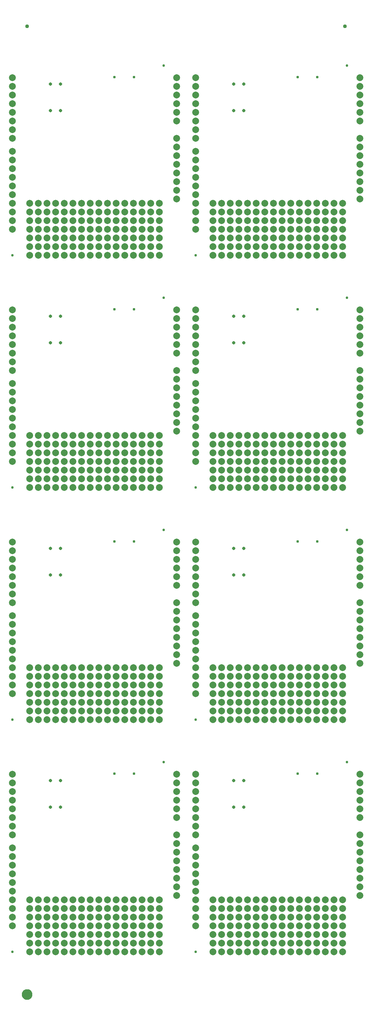
<source format=gbs>
G04 EAGLE Gerber RS-274X export*
G75*
%MOMM*%
%FSLAX34Y34*%
%LPD*%
%INSoldermask Bottom*%
%IPPOS*%
%AMOC8*
5,1,8,0,0,1.08239X$1,22.5*%
G01*
%ADD10C,0.762000*%
%ADD11C,0.777000*%
%ADD12C,2.006600*%
%ADD13C,0.977000*%
%ADD14C,1.127000*%
%ADD15C,1.270000*%
%ADD16C,1.627000*%


D10*
X25400Y25400D03*
X469900Y581660D03*
D11*
X383230Y547850D03*
X325430Y547850D03*
D12*
X76200Y177800D03*
X101600Y177800D03*
X127000Y177800D03*
X152400Y177800D03*
X177800Y177800D03*
X203200Y177800D03*
X228600Y177800D03*
X254000Y177800D03*
X279400Y177800D03*
X304800Y177800D03*
X330200Y177800D03*
X355600Y177800D03*
X381000Y177800D03*
X406400Y177800D03*
X431800Y177800D03*
X457200Y177800D03*
D13*
X137400Y527050D03*
X167400Y527050D03*
X167400Y449580D03*
X137400Y449580D03*
D12*
X508000Y241300D03*
X508000Y266700D03*
X508000Y292100D03*
X508000Y317500D03*
X508000Y342900D03*
X508000Y368300D03*
X508000Y419100D03*
X508000Y444500D03*
X508000Y469900D03*
X508000Y495300D03*
X508000Y520700D03*
X508000Y546100D03*
X25400Y546100D03*
X25400Y520700D03*
X25400Y495300D03*
X25400Y469900D03*
X25400Y444500D03*
X25400Y419100D03*
X25400Y393700D03*
X25400Y368300D03*
X25400Y330200D03*
X25400Y304800D03*
X25400Y279400D03*
X25400Y254000D03*
X25400Y228600D03*
X25400Y203200D03*
X25400Y177800D03*
X25400Y152400D03*
X25400Y127000D03*
X25400Y101600D03*
X508000Y215900D03*
X508000Y190500D03*
D10*
X563880Y25400D03*
X1008380Y581660D03*
D11*
X921710Y547850D03*
X863910Y547850D03*
D12*
X614680Y177800D03*
X640080Y177800D03*
X665480Y177800D03*
X690880Y177800D03*
X716280Y177800D03*
X741680Y177800D03*
X767080Y177800D03*
X792480Y177800D03*
X817880Y177800D03*
X843280Y177800D03*
X868680Y177800D03*
X894080Y177800D03*
X919480Y177800D03*
X944880Y177800D03*
X970280Y177800D03*
X995680Y177800D03*
D13*
X675880Y527050D03*
X705880Y527050D03*
X705880Y449580D03*
X675880Y449580D03*
D12*
X1046480Y241300D03*
X1046480Y266700D03*
X1046480Y292100D03*
X1046480Y317500D03*
X1046480Y342900D03*
X1046480Y368300D03*
X1046480Y419100D03*
X1046480Y444500D03*
X1046480Y469900D03*
X1046480Y495300D03*
X1046480Y520700D03*
X1046480Y546100D03*
X563880Y546100D03*
X563880Y520700D03*
X563880Y495300D03*
X563880Y469900D03*
X563880Y444500D03*
X563880Y419100D03*
X563880Y393700D03*
X563880Y368300D03*
X563880Y330200D03*
X563880Y304800D03*
X563880Y279400D03*
X563880Y254000D03*
X563880Y228600D03*
X563880Y203200D03*
X563880Y177800D03*
X563880Y152400D03*
X563880Y127000D03*
X563880Y101600D03*
X1046480Y215900D03*
X1046480Y190500D03*
D10*
X25400Y706120D03*
X469900Y1262380D03*
D11*
X383230Y1228570D03*
X325430Y1228570D03*
D12*
X76200Y858520D03*
X101600Y858520D03*
X127000Y858520D03*
X152400Y858520D03*
X177800Y858520D03*
X203200Y858520D03*
X228600Y858520D03*
X254000Y858520D03*
X279400Y858520D03*
X304800Y858520D03*
X330200Y858520D03*
X355600Y858520D03*
X381000Y858520D03*
X406400Y858520D03*
X431800Y858520D03*
X457200Y858520D03*
D13*
X137400Y1207770D03*
X167400Y1207770D03*
X167400Y1130300D03*
X137400Y1130300D03*
D12*
X508000Y922020D03*
X508000Y947420D03*
X508000Y972820D03*
X508000Y998220D03*
X508000Y1023620D03*
X508000Y1049020D03*
X508000Y1099820D03*
X508000Y1125220D03*
X508000Y1150620D03*
X508000Y1176020D03*
X508000Y1201420D03*
X508000Y1226820D03*
X25400Y1226820D03*
X25400Y1201420D03*
X25400Y1176020D03*
X25400Y1150620D03*
X25400Y1125220D03*
X25400Y1099820D03*
X25400Y1074420D03*
X25400Y1049020D03*
X25400Y1010920D03*
X25400Y985520D03*
X25400Y960120D03*
X25400Y934720D03*
X25400Y909320D03*
X25400Y883920D03*
X25400Y858520D03*
X25400Y833120D03*
X25400Y807720D03*
X25400Y782320D03*
X508000Y896620D03*
X508000Y871220D03*
D10*
X563880Y706120D03*
X1008380Y1262380D03*
D11*
X921710Y1228570D03*
X863910Y1228570D03*
D12*
X614680Y858520D03*
X640080Y858520D03*
X665480Y858520D03*
X690880Y858520D03*
X716280Y858520D03*
X741680Y858520D03*
X767080Y858520D03*
X792480Y858520D03*
X817880Y858520D03*
X843280Y858520D03*
X868680Y858520D03*
X894080Y858520D03*
X919480Y858520D03*
X944880Y858520D03*
X970280Y858520D03*
X995680Y858520D03*
D13*
X675880Y1207770D03*
X705880Y1207770D03*
X705880Y1130300D03*
X675880Y1130300D03*
D12*
X1046480Y922020D03*
X1046480Y947420D03*
X1046480Y972820D03*
X1046480Y998220D03*
X1046480Y1023620D03*
X1046480Y1049020D03*
X1046480Y1099820D03*
X1046480Y1125220D03*
X1046480Y1150620D03*
X1046480Y1176020D03*
X1046480Y1201420D03*
X1046480Y1226820D03*
X563880Y1226820D03*
X563880Y1201420D03*
X563880Y1176020D03*
X563880Y1150620D03*
X563880Y1125220D03*
X563880Y1099820D03*
X563880Y1074420D03*
X563880Y1049020D03*
X563880Y1010920D03*
X563880Y985520D03*
X563880Y960120D03*
X563880Y934720D03*
X563880Y909320D03*
X563880Y883920D03*
X563880Y858520D03*
X563880Y833120D03*
X563880Y807720D03*
X563880Y782320D03*
X1046480Y896620D03*
X1046480Y871220D03*
D10*
X25400Y1386840D03*
X469900Y1943100D03*
D11*
X383230Y1909290D03*
X325430Y1909290D03*
D12*
X76200Y1539240D03*
X101600Y1539240D03*
X127000Y1539240D03*
X152400Y1539240D03*
X177800Y1539240D03*
X203200Y1539240D03*
X228600Y1539240D03*
X254000Y1539240D03*
X279400Y1539240D03*
X304800Y1539240D03*
X330200Y1539240D03*
X355600Y1539240D03*
X381000Y1539240D03*
X406400Y1539240D03*
X431800Y1539240D03*
X457200Y1539240D03*
D13*
X137400Y1888490D03*
X167400Y1888490D03*
X167400Y1811020D03*
X137400Y1811020D03*
D12*
X508000Y1602740D03*
X508000Y1628140D03*
X508000Y1653540D03*
X508000Y1678940D03*
X508000Y1704340D03*
X508000Y1729740D03*
X508000Y1780540D03*
X508000Y1805940D03*
X508000Y1831340D03*
X508000Y1856740D03*
X508000Y1882140D03*
X508000Y1907540D03*
X25400Y1907540D03*
X25400Y1882140D03*
X25400Y1856740D03*
X25400Y1831340D03*
X25400Y1805940D03*
X25400Y1780540D03*
X25400Y1755140D03*
X25400Y1729740D03*
X25400Y1691640D03*
X25400Y1666240D03*
X25400Y1640840D03*
X25400Y1615440D03*
X25400Y1590040D03*
X25400Y1564640D03*
X25400Y1539240D03*
X25400Y1513840D03*
X25400Y1488440D03*
X25400Y1463040D03*
X508000Y1577340D03*
X508000Y1551940D03*
D10*
X563880Y1386840D03*
X1008380Y1943100D03*
D11*
X921710Y1909290D03*
X863910Y1909290D03*
D12*
X614680Y1539240D03*
X640080Y1539240D03*
X665480Y1539240D03*
X690880Y1539240D03*
X716280Y1539240D03*
X741680Y1539240D03*
X767080Y1539240D03*
X792480Y1539240D03*
X817880Y1539240D03*
X843280Y1539240D03*
X868680Y1539240D03*
X894080Y1539240D03*
X919480Y1539240D03*
X944880Y1539240D03*
X970280Y1539240D03*
X995680Y1539240D03*
D13*
X675880Y1888490D03*
X705880Y1888490D03*
X705880Y1811020D03*
X675880Y1811020D03*
D12*
X1046480Y1602740D03*
X1046480Y1628140D03*
X1046480Y1653540D03*
X1046480Y1678940D03*
X1046480Y1704340D03*
X1046480Y1729740D03*
X1046480Y1780540D03*
X1046480Y1805940D03*
X1046480Y1831340D03*
X1046480Y1856740D03*
X1046480Y1882140D03*
X1046480Y1907540D03*
X563880Y1907540D03*
X563880Y1882140D03*
X563880Y1856740D03*
X563880Y1831340D03*
X563880Y1805940D03*
X563880Y1780540D03*
X563880Y1755140D03*
X563880Y1729740D03*
X563880Y1691640D03*
X563880Y1666240D03*
X563880Y1640840D03*
X563880Y1615440D03*
X563880Y1590040D03*
X563880Y1564640D03*
X563880Y1539240D03*
X563880Y1513840D03*
X563880Y1488440D03*
X563880Y1463040D03*
X1046480Y1577340D03*
X1046480Y1551940D03*
D10*
X25400Y2067560D03*
X469900Y2623820D03*
D11*
X383230Y2590010D03*
X325430Y2590010D03*
D12*
X76200Y2219960D03*
X101600Y2219960D03*
X127000Y2219960D03*
X152400Y2219960D03*
X177800Y2219960D03*
X203200Y2219960D03*
X228600Y2219960D03*
X254000Y2219960D03*
X279400Y2219960D03*
X304800Y2219960D03*
X330200Y2219960D03*
X355600Y2219960D03*
X381000Y2219960D03*
X406400Y2219960D03*
X431800Y2219960D03*
X457200Y2219960D03*
D13*
X137400Y2569210D03*
X167400Y2569210D03*
X167400Y2491740D03*
X137400Y2491740D03*
D12*
X508000Y2283460D03*
X508000Y2308860D03*
X508000Y2334260D03*
X508000Y2359660D03*
X508000Y2385060D03*
X508000Y2410460D03*
X508000Y2461260D03*
X508000Y2486660D03*
X508000Y2512060D03*
X508000Y2537460D03*
X508000Y2562860D03*
X508000Y2588260D03*
X25400Y2588260D03*
X25400Y2562860D03*
X25400Y2537460D03*
X25400Y2512060D03*
X25400Y2486660D03*
X25400Y2461260D03*
X25400Y2435860D03*
X25400Y2410460D03*
X25400Y2372360D03*
X25400Y2346960D03*
X25400Y2321560D03*
X25400Y2296160D03*
X25400Y2270760D03*
X25400Y2245360D03*
X25400Y2219960D03*
X25400Y2194560D03*
X25400Y2169160D03*
X25400Y2143760D03*
X508000Y2258060D03*
X508000Y2232660D03*
D10*
X563880Y2067560D03*
X1008380Y2623820D03*
D11*
X921710Y2590010D03*
X863910Y2590010D03*
D12*
X614680Y2219960D03*
X640080Y2219960D03*
X665480Y2219960D03*
X690880Y2219960D03*
X716280Y2219960D03*
X741680Y2219960D03*
X767080Y2219960D03*
X792480Y2219960D03*
X817880Y2219960D03*
X843280Y2219960D03*
X868680Y2219960D03*
X894080Y2219960D03*
X919480Y2219960D03*
X944880Y2219960D03*
X970280Y2219960D03*
X995680Y2219960D03*
D13*
X675880Y2569210D03*
X705880Y2569210D03*
X705880Y2491740D03*
X675880Y2491740D03*
D12*
X1046480Y2283460D03*
X1046480Y2308860D03*
X1046480Y2334260D03*
X1046480Y2359660D03*
X1046480Y2385060D03*
X1046480Y2410460D03*
X1046480Y2461260D03*
X1046480Y2486660D03*
X1046480Y2512060D03*
X1046480Y2537460D03*
X1046480Y2562860D03*
X1046480Y2588260D03*
X563880Y2588260D03*
X563880Y2562860D03*
X563880Y2537460D03*
X563880Y2512060D03*
X563880Y2486660D03*
X563880Y2461260D03*
X563880Y2435860D03*
X563880Y2410460D03*
X563880Y2372360D03*
X563880Y2346960D03*
X563880Y2321560D03*
X563880Y2296160D03*
X563880Y2270760D03*
X563880Y2245360D03*
X563880Y2219960D03*
X563880Y2194560D03*
X563880Y2169160D03*
X563880Y2143760D03*
X1046480Y2258060D03*
X1046480Y2232660D03*
D14*
X68580Y2738755D03*
X1002665Y2738755D03*
D15*
X59525Y-99695D02*
X59528Y-99473D01*
X59536Y-99251D01*
X59550Y-99029D01*
X59569Y-98807D01*
X59593Y-98587D01*
X59623Y-98366D01*
X59658Y-98147D01*
X59699Y-97928D01*
X59745Y-97711D01*
X59796Y-97495D01*
X59853Y-97280D01*
X59915Y-97066D01*
X59982Y-96855D01*
X60054Y-96644D01*
X60132Y-96436D01*
X60214Y-96230D01*
X60302Y-96026D01*
X60394Y-95823D01*
X60492Y-95624D01*
X60594Y-95427D01*
X60701Y-95232D01*
X60813Y-95040D01*
X60930Y-94851D01*
X61051Y-94664D01*
X61177Y-94481D01*
X61307Y-94301D01*
X61442Y-94124D01*
X61580Y-93951D01*
X61723Y-93781D01*
X61871Y-93614D01*
X62022Y-93451D01*
X62177Y-93292D01*
X62336Y-93137D01*
X62499Y-92986D01*
X62666Y-92838D01*
X62836Y-92695D01*
X63009Y-92557D01*
X63186Y-92422D01*
X63366Y-92292D01*
X63549Y-92166D01*
X63736Y-92045D01*
X63925Y-91928D01*
X64117Y-91816D01*
X64312Y-91709D01*
X64509Y-91607D01*
X64708Y-91509D01*
X64911Y-91417D01*
X65115Y-91329D01*
X65321Y-91247D01*
X65529Y-91169D01*
X65740Y-91097D01*
X65951Y-91030D01*
X66165Y-90968D01*
X66380Y-90911D01*
X66596Y-90860D01*
X66813Y-90814D01*
X67032Y-90773D01*
X67251Y-90738D01*
X67472Y-90708D01*
X67692Y-90684D01*
X67914Y-90665D01*
X68136Y-90651D01*
X68358Y-90643D01*
X68580Y-90640D01*
X68802Y-90643D01*
X69024Y-90651D01*
X69246Y-90665D01*
X69468Y-90684D01*
X69688Y-90708D01*
X69909Y-90738D01*
X70128Y-90773D01*
X70347Y-90814D01*
X70564Y-90860D01*
X70780Y-90911D01*
X70995Y-90968D01*
X71209Y-91030D01*
X71420Y-91097D01*
X71631Y-91169D01*
X71839Y-91247D01*
X72045Y-91329D01*
X72249Y-91417D01*
X72452Y-91509D01*
X72651Y-91607D01*
X72848Y-91709D01*
X73043Y-91816D01*
X73235Y-91928D01*
X73424Y-92045D01*
X73611Y-92166D01*
X73794Y-92292D01*
X73974Y-92422D01*
X74151Y-92557D01*
X74324Y-92695D01*
X74494Y-92838D01*
X74661Y-92986D01*
X74824Y-93137D01*
X74983Y-93292D01*
X75138Y-93451D01*
X75289Y-93614D01*
X75437Y-93781D01*
X75580Y-93951D01*
X75718Y-94124D01*
X75853Y-94301D01*
X75983Y-94481D01*
X76109Y-94664D01*
X76230Y-94851D01*
X76347Y-95040D01*
X76459Y-95232D01*
X76566Y-95427D01*
X76668Y-95624D01*
X76766Y-95823D01*
X76858Y-96026D01*
X76946Y-96230D01*
X77028Y-96436D01*
X77106Y-96644D01*
X77178Y-96855D01*
X77245Y-97066D01*
X77307Y-97280D01*
X77364Y-97495D01*
X77415Y-97711D01*
X77461Y-97928D01*
X77502Y-98147D01*
X77537Y-98366D01*
X77567Y-98587D01*
X77591Y-98807D01*
X77610Y-99029D01*
X77624Y-99251D01*
X77632Y-99473D01*
X77635Y-99695D01*
X77632Y-99917D01*
X77624Y-100139D01*
X77610Y-100361D01*
X77591Y-100583D01*
X77567Y-100803D01*
X77537Y-101024D01*
X77502Y-101243D01*
X77461Y-101462D01*
X77415Y-101679D01*
X77364Y-101895D01*
X77307Y-102110D01*
X77245Y-102324D01*
X77178Y-102535D01*
X77106Y-102746D01*
X77028Y-102954D01*
X76946Y-103160D01*
X76858Y-103364D01*
X76766Y-103567D01*
X76668Y-103766D01*
X76566Y-103963D01*
X76459Y-104158D01*
X76347Y-104350D01*
X76230Y-104539D01*
X76109Y-104726D01*
X75983Y-104909D01*
X75853Y-105089D01*
X75718Y-105266D01*
X75580Y-105439D01*
X75437Y-105609D01*
X75289Y-105776D01*
X75138Y-105939D01*
X74983Y-106098D01*
X74824Y-106253D01*
X74661Y-106404D01*
X74494Y-106552D01*
X74324Y-106695D01*
X74151Y-106833D01*
X73974Y-106968D01*
X73794Y-107098D01*
X73611Y-107224D01*
X73424Y-107345D01*
X73235Y-107462D01*
X73043Y-107574D01*
X72848Y-107681D01*
X72651Y-107783D01*
X72452Y-107881D01*
X72249Y-107973D01*
X72045Y-108061D01*
X71839Y-108143D01*
X71631Y-108221D01*
X71420Y-108293D01*
X71209Y-108360D01*
X70995Y-108422D01*
X70780Y-108479D01*
X70564Y-108530D01*
X70347Y-108576D01*
X70128Y-108617D01*
X69909Y-108652D01*
X69688Y-108682D01*
X69468Y-108706D01*
X69246Y-108725D01*
X69024Y-108739D01*
X68802Y-108747D01*
X68580Y-108750D01*
X68358Y-108747D01*
X68136Y-108739D01*
X67914Y-108725D01*
X67692Y-108706D01*
X67472Y-108682D01*
X67251Y-108652D01*
X67032Y-108617D01*
X66813Y-108576D01*
X66596Y-108530D01*
X66380Y-108479D01*
X66165Y-108422D01*
X65951Y-108360D01*
X65740Y-108293D01*
X65529Y-108221D01*
X65321Y-108143D01*
X65115Y-108061D01*
X64911Y-107973D01*
X64708Y-107881D01*
X64509Y-107783D01*
X64312Y-107681D01*
X64117Y-107574D01*
X63925Y-107462D01*
X63736Y-107345D01*
X63549Y-107224D01*
X63366Y-107098D01*
X63186Y-106968D01*
X63009Y-106833D01*
X62836Y-106695D01*
X62666Y-106552D01*
X62499Y-106404D01*
X62336Y-106253D01*
X62177Y-106098D01*
X62022Y-105939D01*
X61871Y-105776D01*
X61723Y-105609D01*
X61580Y-105439D01*
X61442Y-105266D01*
X61307Y-105089D01*
X61177Y-104909D01*
X61051Y-104726D01*
X60930Y-104539D01*
X60813Y-104350D01*
X60701Y-104158D01*
X60594Y-103963D01*
X60492Y-103766D01*
X60394Y-103567D01*
X60302Y-103364D01*
X60214Y-103160D01*
X60132Y-102954D01*
X60054Y-102746D01*
X59982Y-102535D01*
X59915Y-102324D01*
X59853Y-102110D01*
X59796Y-101895D01*
X59745Y-101679D01*
X59699Y-101462D01*
X59658Y-101243D01*
X59623Y-101024D01*
X59593Y-100803D01*
X59569Y-100583D01*
X59550Y-100361D01*
X59536Y-100139D01*
X59528Y-99917D01*
X59525Y-99695D01*
D16*
X68580Y-99695D03*
D12*
X76200Y152400D03*
X101600Y152400D03*
X127000Y152400D03*
X152400Y152400D03*
X177800Y152400D03*
X203200Y152400D03*
X228600Y152400D03*
X254000Y152400D03*
X279400Y152400D03*
X304800Y152400D03*
X330200Y152400D03*
X355600Y152400D03*
X381000Y152400D03*
X406400Y152400D03*
X431800Y152400D03*
X457200Y152400D03*
X76200Y127000D03*
X101600Y127000D03*
X127000Y127000D03*
X152400Y127000D03*
X177800Y127000D03*
X203200Y127000D03*
X228600Y127000D03*
X254000Y127000D03*
X279400Y127000D03*
X304800Y127000D03*
X330200Y127000D03*
X355600Y127000D03*
X381000Y127000D03*
X406400Y127000D03*
X431800Y127000D03*
X457200Y127000D03*
X76200Y101600D03*
X101600Y101600D03*
X127000Y101600D03*
X152400Y101600D03*
X177800Y101600D03*
X203200Y101600D03*
X228600Y101600D03*
X254000Y101600D03*
X279400Y101600D03*
X304800Y101600D03*
X330200Y101600D03*
X355600Y101600D03*
X381000Y101600D03*
X406400Y101600D03*
X431800Y101600D03*
X457200Y101600D03*
X76200Y76200D03*
X101600Y76200D03*
X127000Y76200D03*
X152400Y76200D03*
X177800Y76200D03*
X203200Y76200D03*
X228600Y76200D03*
X254000Y76200D03*
X279400Y76200D03*
X304800Y76200D03*
X330200Y76200D03*
X355600Y76200D03*
X381000Y76200D03*
X406400Y76200D03*
X431800Y76200D03*
X457200Y76200D03*
X76200Y50800D03*
X101600Y50800D03*
X127000Y50800D03*
X152400Y50800D03*
X177800Y50800D03*
X203200Y50800D03*
X228600Y50800D03*
X254000Y50800D03*
X279400Y50800D03*
X304800Y50800D03*
X330200Y50800D03*
X355600Y50800D03*
X381000Y50800D03*
X406400Y50800D03*
X431800Y50800D03*
X457200Y50800D03*
X76200Y25400D03*
X101600Y25400D03*
X127000Y25400D03*
X152400Y25400D03*
X177800Y25400D03*
X203200Y25400D03*
X228600Y25400D03*
X254000Y25400D03*
X279400Y25400D03*
X304800Y25400D03*
X330200Y25400D03*
X355600Y25400D03*
X381000Y25400D03*
X406400Y25400D03*
X431800Y25400D03*
X457200Y25400D03*
X614680Y152400D03*
X640080Y152400D03*
X665480Y152400D03*
X690880Y152400D03*
X716280Y152400D03*
X741680Y152400D03*
X767080Y152400D03*
X792480Y152400D03*
X817880Y152400D03*
X843280Y152400D03*
X868680Y152400D03*
X894080Y152400D03*
X919480Y152400D03*
X944880Y152400D03*
X970280Y152400D03*
X995680Y152400D03*
X614680Y127000D03*
X640080Y127000D03*
X665480Y127000D03*
X690880Y127000D03*
X716280Y127000D03*
X741680Y127000D03*
X767080Y127000D03*
X792480Y127000D03*
X817880Y127000D03*
X843280Y127000D03*
X868680Y127000D03*
X894080Y127000D03*
X919480Y127000D03*
X944880Y127000D03*
X970280Y127000D03*
X995680Y127000D03*
X614680Y101600D03*
X640080Y101600D03*
X665480Y101600D03*
X690880Y101600D03*
X716280Y101600D03*
X741680Y101600D03*
X767080Y101600D03*
X792480Y101600D03*
X817880Y101600D03*
X843280Y101600D03*
X868680Y101600D03*
X894080Y101600D03*
X919480Y101600D03*
X944880Y101600D03*
X970280Y101600D03*
X995680Y101600D03*
X614680Y76200D03*
X640080Y76200D03*
X665480Y76200D03*
X690880Y76200D03*
X716280Y76200D03*
X741680Y76200D03*
X767080Y76200D03*
X792480Y76200D03*
X817880Y76200D03*
X843280Y76200D03*
X868680Y76200D03*
X894080Y76200D03*
X919480Y76200D03*
X944880Y76200D03*
X970280Y76200D03*
X995680Y76200D03*
X614680Y50800D03*
X640080Y50800D03*
X665480Y50800D03*
X690880Y50800D03*
X716280Y50800D03*
X741680Y50800D03*
X767080Y50800D03*
X792480Y50800D03*
X817880Y50800D03*
X843280Y50800D03*
X868680Y50800D03*
X894080Y50800D03*
X919480Y50800D03*
X944880Y50800D03*
X970280Y50800D03*
X995680Y50800D03*
X614680Y25400D03*
X640080Y25400D03*
X665480Y25400D03*
X690880Y25400D03*
X716280Y25400D03*
X741680Y25400D03*
X767080Y25400D03*
X792480Y25400D03*
X817880Y25400D03*
X843280Y25400D03*
X868680Y25400D03*
X894080Y25400D03*
X919480Y25400D03*
X944880Y25400D03*
X970280Y25400D03*
X995680Y25400D03*
X76200Y833120D03*
X101600Y833120D03*
X127000Y833120D03*
X152400Y833120D03*
X177800Y833120D03*
X203200Y833120D03*
X228600Y833120D03*
X254000Y833120D03*
X279400Y833120D03*
X304800Y833120D03*
X330200Y833120D03*
X355600Y833120D03*
X381000Y833120D03*
X406400Y833120D03*
X431800Y833120D03*
X457200Y833120D03*
X76200Y807720D03*
X101600Y807720D03*
X127000Y807720D03*
X152400Y807720D03*
X177800Y807720D03*
X203200Y807720D03*
X228600Y807720D03*
X254000Y807720D03*
X279400Y807720D03*
X304800Y807720D03*
X330200Y807720D03*
X355600Y807720D03*
X381000Y807720D03*
X406400Y807720D03*
X431800Y807720D03*
X457200Y807720D03*
X76200Y782320D03*
X101600Y782320D03*
X127000Y782320D03*
X152400Y782320D03*
X177800Y782320D03*
X203200Y782320D03*
X228600Y782320D03*
X254000Y782320D03*
X279400Y782320D03*
X304800Y782320D03*
X330200Y782320D03*
X355600Y782320D03*
X381000Y782320D03*
X406400Y782320D03*
X431800Y782320D03*
X457200Y782320D03*
X76200Y756920D03*
X101600Y756920D03*
X127000Y756920D03*
X152400Y756920D03*
X177800Y756920D03*
X203200Y756920D03*
X228600Y756920D03*
X254000Y756920D03*
X279400Y756920D03*
X304800Y756920D03*
X330200Y756920D03*
X355600Y756920D03*
X381000Y756920D03*
X406400Y756920D03*
X431800Y756920D03*
X457200Y756920D03*
X76200Y731520D03*
X101600Y731520D03*
X127000Y731520D03*
X152400Y731520D03*
X177800Y731520D03*
X203200Y731520D03*
X228600Y731520D03*
X254000Y731520D03*
X279400Y731520D03*
X304800Y731520D03*
X330200Y731520D03*
X355600Y731520D03*
X381000Y731520D03*
X406400Y731520D03*
X431800Y731520D03*
X457200Y731520D03*
X76200Y706120D03*
X101600Y706120D03*
X127000Y706120D03*
X152400Y706120D03*
X177800Y706120D03*
X203200Y706120D03*
X228600Y706120D03*
X254000Y706120D03*
X279400Y706120D03*
X304800Y706120D03*
X330200Y706120D03*
X355600Y706120D03*
X381000Y706120D03*
X406400Y706120D03*
X431800Y706120D03*
X457200Y706120D03*
X614680Y833120D03*
X640080Y833120D03*
X665480Y833120D03*
X690880Y833120D03*
X716280Y833120D03*
X741680Y833120D03*
X767080Y833120D03*
X792480Y833120D03*
X817880Y833120D03*
X843280Y833120D03*
X868680Y833120D03*
X894080Y833120D03*
X919480Y833120D03*
X944880Y833120D03*
X970280Y833120D03*
X995680Y833120D03*
X614680Y807720D03*
X640080Y807720D03*
X665480Y807720D03*
X690880Y807720D03*
X716280Y807720D03*
X741680Y807720D03*
X767080Y807720D03*
X792480Y807720D03*
X817880Y807720D03*
X843280Y807720D03*
X868680Y807720D03*
X894080Y807720D03*
X919480Y807720D03*
X944880Y807720D03*
X970280Y807720D03*
X995680Y807720D03*
X614680Y782320D03*
X640080Y782320D03*
X665480Y782320D03*
X690880Y782320D03*
X716280Y782320D03*
X741680Y782320D03*
X767080Y782320D03*
X792480Y782320D03*
X817880Y782320D03*
X843280Y782320D03*
X868680Y782320D03*
X894080Y782320D03*
X919480Y782320D03*
X944880Y782320D03*
X970280Y782320D03*
X995680Y782320D03*
X614680Y756920D03*
X640080Y756920D03*
X665480Y756920D03*
X690880Y756920D03*
X716280Y756920D03*
X741680Y756920D03*
X767080Y756920D03*
X792480Y756920D03*
X817880Y756920D03*
X843280Y756920D03*
X868680Y756920D03*
X894080Y756920D03*
X919480Y756920D03*
X944880Y756920D03*
X970280Y756920D03*
X995680Y756920D03*
X614680Y731520D03*
X640080Y731520D03*
X665480Y731520D03*
X690880Y731520D03*
X716280Y731520D03*
X741680Y731520D03*
X767080Y731520D03*
X792480Y731520D03*
X817880Y731520D03*
X843280Y731520D03*
X868680Y731520D03*
X894080Y731520D03*
X919480Y731520D03*
X944880Y731520D03*
X970280Y731520D03*
X995680Y731520D03*
X614680Y706120D03*
X640080Y706120D03*
X665480Y706120D03*
X690880Y706120D03*
X716280Y706120D03*
X741680Y706120D03*
X767080Y706120D03*
X792480Y706120D03*
X817880Y706120D03*
X843280Y706120D03*
X868680Y706120D03*
X894080Y706120D03*
X919480Y706120D03*
X944880Y706120D03*
X970280Y706120D03*
X995680Y706120D03*
X76200Y1513840D03*
X101600Y1513840D03*
X127000Y1513840D03*
X152400Y1513840D03*
X177800Y1513840D03*
X203200Y1513840D03*
X228600Y1513840D03*
X254000Y1513840D03*
X279400Y1513840D03*
X304800Y1513840D03*
X330200Y1513840D03*
X355600Y1513840D03*
X381000Y1513840D03*
X406400Y1513840D03*
X431800Y1513840D03*
X457200Y1513840D03*
X76200Y1488440D03*
X101600Y1488440D03*
X127000Y1488440D03*
X152400Y1488440D03*
X177800Y1488440D03*
X203200Y1488440D03*
X228600Y1488440D03*
X254000Y1488440D03*
X279400Y1488440D03*
X304800Y1488440D03*
X330200Y1488440D03*
X355600Y1488440D03*
X381000Y1488440D03*
X406400Y1488440D03*
X431800Y1488440D03*
X457200Y1488440D03*
X76200Y1463040D03*
X101600Y1463040D03*
X127000Y1463040D03*
X152400Y1463040D03*
X177800Y1463040D03*
X203200Y1463040D03*
X228600Y1463040D03*
X254000Y1463040D03*
X279400Y1463040D03*
X304800Y1463040D03*
X330200Y1463040D03*
X355600Y1463040D03*
X381000Y1463040D03*
X406400Y1463040D03*
X431800Y1463040D03*
X457200Y1463040D03*
X76200Y1437640D03*
X101600Y1437640D03*
X127000Y1437640D03*
X152400Y1437640D03*
X177800Y1437640D03*
X203200Y1437640D03*
X228600Y1437640D03*
X254000Y1437640D03*
X279400Y1437640D03*
X304800Y1437640D03*
X330200Y1437640D03*
X355600Y1437640D03*
X381000Y1437640D03*
X406400Y1437640D03*
X431800Y1437640D03*
X457200Y1437640D03*
X76200Y1412240D03*
X101600Y1412240D03*
X127000Y1412240D03*
X152400Y1412240D03*
X177800Y1412240D03*
X203200Y1412240D03*
X228600Y1412240D03*
X254000Y1412240D03*
X279400Y1412240D03*
X304800Y1412240D03*
X330200Y1412240D03*
X355600Y1412240D03*
X381000Y1412240D03*
X406400Y1412240D03*
X431800Y1412240D03*
X457200Y1412240D03*
X76200Y1386840D03*
X101600Y1386840D03*
X127000Y1386840D03*
X152400Y1386840D03*
X177800Y1386840D03*
X203200Y1386840D03*
X228600Y1386840D03*
X254000Y1386840D03*
X279400Y1386840D03*
X304800Y1386840D03*
X330200Y1386840D03*
X355600Y1386840D03*
X381000Y1386840D03*
X406400Y1386840D03*
X431800Y1386840D03*
X457200Y1386840D03*
X614680Y1513840D03*
X640080Y1513840D03*
X665480Y1513840D03*
X690880Y1513840D03*
X716280Y1513840D03*
X741680Y1513840D03*
X767080Y1513840D03*
X792480Y1513840D03*
X817880Y1513840D03*
X843280Y1513840D03*
X868680Y1513840D03*
X894080Y1513840D03*
X919480Y1513840D03*
X944880Y1513840D03*
X970280Y1513840D03*
X995680Y1513840D03*
X614680Y1488440D03*
X640080Y1488440D03*
X665480Y1488440D03*
X690880Y1488440D03*
X716280Y1488440D03*
X741680Y1488440D03*
X767080Y1488440D03*
X792480Y1488440D03*
X817880Y1488440D03*
X843280Y1488440D03*
X868680Y1488440D03*
X894080Y1488440D03*
X919480Y1488440D03*
X944880Y1488440D03*
X970280Y1488440D03*
X995680Y1488440D03*
X614680Y1463040D03*
X640080Y1463040D03*
X665480Y1463040D03*
X690880Y1463040D03*
X716280Y1463040D03*
X741680Y1463040D03*
X767080Y1463040D03*
X792480Y1463040D03*
X817880Y1463040D03*
X843280Y1463040D03*
X868680Y1463040D03*
X894080Y1463040D03*
X919480Y1463040D03*
X944880Y1463040D03*
X970280Y1463040D03*
X995680Y1463040D03*
X614680Y1437640D03*
X640080Y1437640D03*
X665480Y1437640D03*
X690880Y1437640D03*
X716280Y1437640D03*
X741680Y1437640D03*
X767080Y1437640D03*
X792480Y1437640D03*
X817880Y1437640D03*
X843280Y1437640D03*
X868680Y1437640D03*
X894080Y1437640D03*
X919480Y1437640D03*
X944880Y1437640D03*
X970280Y1437640D03*
X995680Y1437640D03*
X614680Y1412240D03*
X640080Y1412240D03*
X665480Y1412240D03*
X690880Y1412240D03*
X716280Y1412240D03*
X741680Y1412240D03*
X767080Y1412240D03*
X792480Y1412240D03*
X817880Y1412240D03*
X843280Y1412240D03*
X868680Y1412240D03*
X894080Y1412240D03*
X919480Y1412240D03*
X944880Y1412240D03*
X970280Y1412240D03*
X995680Y1412240D03*
X614680Y1386840D03*
X640080Y1386840D03*
X665480Y1386840D03*
X690880Y1386840D03*
X716280Y1386840D03*
X741680Y1386840D03*
X767080Y1386840D03*
X792480Y1386840D03*
X817880Y1386840D03*
X843280Y1386840D03*
X868680Y1386840D03*
X894080Y1386840D03*
X919480Y1386840D03*
X944880Y1386840D03*
X970280Y1386840D03*
X995680Y1386840D03*
X76200Y2194560D03*
X101600Y2194560D03*
X127000Y2194560D03*
X152400Y2194560D03*
X177800Y2194560D03*
X203200Y2194560D03*
X228600Y2194560D03*
X254000Y2194560D03*
X279400Y2194560D03*
X304800Y2194560D03*
X330200Y2194560D03*
X355600Y2194560D03*
X381000Y2194560D03*
X406400Y2194560D03*
X431800Y2194560D03*
X457200Y2194560D03*
X76200Y2169160D03*
X101600Y2169160D03*
X127000Y2169160D03*
X152400Y2169160D03*
X177800Y2169160D03*
X203200Y2169160D03*
X228600Y2169160D03*
X254000Y2169160D03*
X279400Y2169160D03*
X304800Y2169160D03*
X330200Y2169160D03*
X355600Y2169160D03*
X381000Y2169160D03*
X406400Y2169160D03*
X431800Y2169160D03*
X457200Y2169160D03*
X76200Y2143760D03*
X101600Y2143760D03*
X127000Y2143760D03*
X152400Y2143760D03*
X177800Y2143760D03*
X203200Y2143760D03*
X228600Y2143760D03*
X254000Y2143760D03*
X279400Y2143760D03*
X304800Y2143760D03*
X330200Y2143760D03*
X355600Y2143760D03*
X381000Y2143760D03*
X406400Y2143760D03*
X431800Y2143760D03*
X457200Y2143760D03*
X76200Y2118360D03*
X101600Y2118360D03*
X127000Y2118360D03*
X152400Y2118360D03*
X177800Y2118360D03*
X203200Y2118360D03*
X228600Y2118360D03*
X254000Y2118360D03*
X279400Y2118360D03*
X304800Y2118360D03*
X330200Y2118360D03*
X355600Y2118360D03*
X381000Y2118360D03*
X406400Y2118360D03*
X431800Y2118360D03*
X457200Y2118360D03*
X76200Y2092960D03*
X101600Y2092960D03*
X127000Y2092960D03*
X152400Y2092960D03*
X177800Y2092960D03*
X203200Y2092960D03*
X228600Y2092960D03*
X254000Y2092960D03*
X279400Y2092960D03*
X304800Y2092960D03*
X330200Y2092960D03*
X355600Y2092960D03*
X381000Y2092960D03*
X406400Y2092960D03*
X431800Y2092960D03*
X457200Y2092960D03*
X76200Y2067560D03*
X101600Y2067560D03*
X127000Y2067560D03*
X152400Y2067560D03*
X177800Y2067560D03*
X203200Y2067560D03*
X228600Y2067560D03*
X254000Y2067560D03*
X279400Y2067560D03*
X304800Y2067560D03*
X330200Y2067560D03*
X355600Y2067560D03*
X381000Y2067560D03*
X406400Y2067560D03*
X431800Y2067560D03*
X457200Y2067560D03*
X614680Y2194560D03*
X640080Y2194560D03*
X665480Y2194560D03*
X690880Y2194560D03*
X716280Y2194560D03*
X741680Y2194560D03*
X767080Y2194560D03*
X792480Y2194560D03*
X817880Y2194560D03*
X843280Y2194560D03*
X868680Y2194560D03*
X894080Y2194560D03*
X919480Y2194560D03*
X944880Y2194560D03*
X970280Y2194560D03*
X995680Y2194560D03*
X614680Y2169160D03*
X640080Y2169160D03*
X665480Y2169160D03*
X690880Y2169160D03*
X716280Y2169160D03*
X741680Y2169160D03*
X767080Y2169160D03*
X792480Y2169160D03*
X817880Y2169160D03*
X843280Y2169160D03*
X868680Y2169160D03*
X894080Y2169160D03*
X919480Y2169160D03*
X944880Y2169160D03*
X970280Y2169160D03*
X995680Y2169160D03*
X614680Y2143760D03*
X640080Y2143760D03*
X665480Y2143760D03*
X690880Y2143760D03*
X716280Y2143760D03*
X741680Y2143760D03*
X767080Y2143760D03*
X792480Y2143760D03*
X817880Y2143760D03*
X843280Y2143760D03*
X868680Y2143760D03*
X894080Y2143760D03*
X919480Y2143760D03*
X944880Y2143760D03*
X970280Y2143760D03*
X995680Y2143760D03*
X614680Y2118360D03*
X640080Y2118360D03*
X665480Y2118360D03*
X690880Y2118360D03*
X716280Y2118360D03*
X741680Y2118360D03*
X767080Y2118360D03*
X792480Y2118360D03*
X817880Y2118360D03*
X843280Y2118360D03*
X868680Y2118360D03*
X894080Y2118360D03*
X919480Y2118360D03*
X944880Y2118360D03*
X970280Y2118360D03*
X995680Y2118360D03*
X614680Y2092960D03*
X640080Y2092960D03*
X665480Y2092960D03*
X690880Y2092960D03*
X716280Y2092960D03*
X741680Y2092960D03*
X767080Y2092960D03*
X792480Y2092960D03*
X817880Y2092960D03*
X843280Y2092960D03*
X868680Y2092960D03*
X894080Y2092960D03*
X919480Y2092960D03*
X944880Y2092960D03*
X970280Y2092960D03*
X995680Y2092960D03*
X614680Y2067560D03*
X640080Y2067560D03*
X665480Y2067560D03*
X690880Y2067560D03*
X716280Y2067560D03*
X741680Y2067560D03*
X767080Y2067560D03*
X792480Y2067560D03*
X817880Y2067560D03*
X843280Y2067560D03*
X868680Y2067560D03*
X894080Y2067560D03*
X919480Y2067560D03*
X944880Y2067560D03*
X970280Y2067560D03*
X995680Y2067560D03*
M02*

</source>
